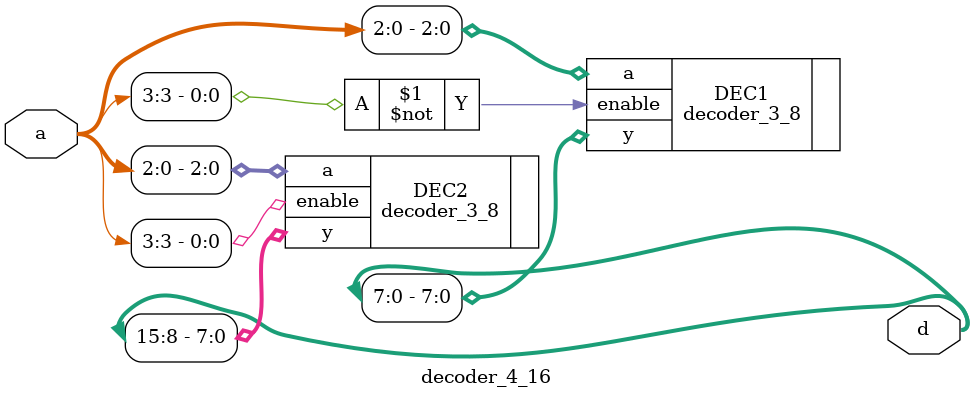
<source format=v>
module decoder_4_16 (
    input [3:0] a,
    output [15:0] d
);
    decoder_3_8 DEC1(
        .a(a[2:0]),
        .enable(~a[3]),
        .y(d[7:0])
    );

    decoder_3_8 DEC2 (
        .a(a[2:0]),
        .enable(a[3]),
        .y(d[15:8])
    );
        
endmodule
</source>
